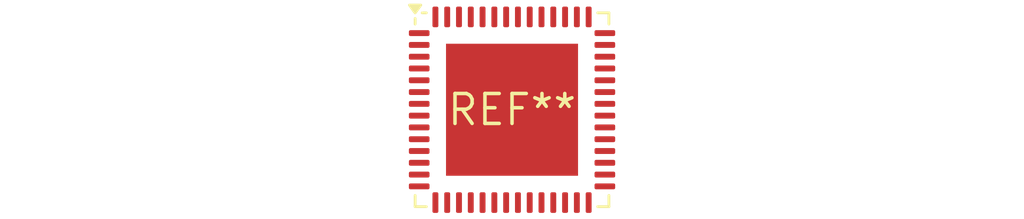
<source format=kicad_pcb>
(kicad_pcb (version 20240108) (generator pcbnew)
  (layers (0 "F.Cu" signal) (31 "B.Cu" signal) (34 "B.Paste" user) (35 "F.Paste" user) (36 "B.SilkS" user "B.Silkscreen") (37 "F.SilkS" user "F.Silkscreen") (38 "B.Mask" user) (39 "F.Mask" user) (44 "Edge.Cuts" user))
  (net 0 "")
  (footprint "QFN-56-1EP_8x8mm_P0.5mm_EP5.6x5.6mm" (layer "F.Cu") (at 0 0)
    (property "Reference" "REF**")
    (property "Value" "QFN-56-1EP_8x8mm_P0.5mm_EP5.6x5.6mm")
    (fp_line (start -4.11 -3.635) (end -4.11 -3.87) (layer "F.SilkS") (stroke (width 0.12)))
    (fp_line (start -4.11 4.11) (end -4.11 3.635) (layer "F.SilkS") (stroke (width 0.12)))
    (fp_line (start -3.635 -4.11) (end -3.81 -4.11) (layer "F.SilkS") (stroke (width 0.12)))
    (fp_line (start -3.635 4.11) (end -4.11 4.11) (layer "F.SilkS") (stroke (width 0.12)))
    (fp_line (start 3.635 -4.11) (end 4.11 -4.11) (layer "F.SilkS") (stroke (width 0.12)))
    (fp_line (start 3.635 4.11) (end 4.11 4.11) (layer "F.SilkS") (stroke (width 0.12)))
    (fp_line (start 4.11 -4.11) (end 4.11 -3.635) (layer "F.SilkS") (stroke (width 0.12)))
    (fp_line (start 4.11 4.11) (end 4.11 3.635) (layer "F.SilkS") (stroke (width 0.12)))
    (fp_poly (pts (xy -4.11 -4.11) (xy -4.35 -4.44) (xy -3.87 -4.44) (xy -4.11 -4.11)) (layer "F.SilkS") (stroke (width 0.12)) (fill solid))
    (pad "1" smd roundrect (at -3.9375 -3.25) (size 0.875 0.25) (layers "F.Cu" "F.Paste" "F.Mask"))
    (pad "2" smd roundrect (at -3.9375 -2.75) (size 0.875 0.25) (layers "F.Cu" "F.Paste" "F.Mask"))
    (pad "3" smd roundrect (at -3.9375 -2.25) (size 0.875 0.25) (layers "F.Cu" "F.Paste" "F.Mask"))
    (pad "4" smd roundrect (at -3.9375 -1.75) (size 0.875 0.25) (layers "F.Cu" "F.Paste" "F.Mask"))
    (pad "5" smd roundrect (at -3.9375 -1.25) (size 0.875 0.25) (layers "F.Cu" "F.Paste" "F.Mask"))
    (pad "6" smd roundrect (at -3.9375 -0.75) (size 0.875 0.25) (layers "F.Cu" "F.Paste" "F.Mask"))
    (pad "7" smd roundrect (at -3.9375 -0.25) (size 0.875 0.25) (layers "F.Cu" "F.Paste" "F.Mask"))
    (pad "8" smd roundrect (at -3.9375 0.25) (size 0.875 0.25) (layers "F.Cu" "F.Paste" "F.Mask"))
    (pad "9" smd roundrect (at -3.9375 0.75) (size 0.875 0.25) (layers "F.Cu" "F.Paste" "F.Mask"))
    (pad "10" smd roundrect (at -3.9375 1.25) (size 0.875 0.25) (layers "F.Cu" "F.Paste" "F.Mask"))
    (pad "11" smd roundrect (at -3.9375 1.75) (size 0.875 0.25) (layers "F.Cu" "F.Paste" "F.Mask"))
    (pad "12" smd roundrect (at -3.9375 2.25) (size 0.875 0.25) (layers "F.Cu" "F.Paste" "F.Mask"))
    (pad "13" smd roundrect (at -3.9375 2.75) (size 0.875 0.25) (layers "F.Cu" "F.Paste" "F.Mask"))
    (pad "14" smd roundrect (at -3.9375 3.25) (size 0.875 0.25) (layers "F.Cu" "F.Paste" "F.Mask"))
    (pad "15" smd roundrect (at -3.25 3.9375) (size 0.25 0.875) (layers "F.Cu" "F.Paste" "F.Mask"))
    (pad "16" smd roundrect (at -2.75 3.9375) (size 0.25 0.875) (layers "F.Cu" "F.Paste" "F.Mask"))
    (pad "17" smd roundrect (at -2.25 3.9375) (size 0.25 0.875) (layers "F.Cu" "F.Paste" "F.Mask"))
    (pad "18" smd roundrect (at -1.75 3.9375) (size 0.25 0.875) (layers "F.Cu" "F.Paste" "F.Mask"))
    (pad "19" smd roundrect (at -1.25 3.9375) (size 0.25 0.875) (layers "F.Cu" "F.Paste" "F.Mask"))
    (pad "20" smd roundrect (at -0.75 3.9375) (size 0.25 0.875) (layers "F.Cu" "F.Paste" "F.Mask"))
    (pad "21" smd roundrect (at -0.25 3.9375) (size 0.25 0.875) (layers "F.Cu" "F.Paste" "F.Mask"))
    (pad "22" smd roundrect (at 0.25 3.9375) (size 0.25 0.875) (layers "F.Cu" "F.Paste" "F.Mask"))
    (pad "23" smd roundrect (at 0.75 3.9375) (size 0.25 0.875) (layers "F.Cu" "F.Paste" "F.Mask"))
    (pad "24" smd roundrect (at 1.25 3.9375) (size 0.25 0.875) (layers "F.Cu" "F.Paste" "F.Mask"))
    (pad "25" smd roundrect (at 1.75 3.9375) (size 0.25 0.875) (layers "F.Cu" "F.Paste" "F.Mask"))
    (pad "26" smd roundrect (at 2.25 3.9375) (size 0.25 0.875) (layers "F.Cu" "F.Paste" "F.Mask"))
    (pad "27" smd roundrect (at 2.75 3.9375) (size 0.25 0.875) (layers "F.Cu" "F.Paste" "F.Mask"))
    (pad "28" smd roundrect (at 3.25 3.9375) (size 0.25 0.875) (layers "F.Cu" "F.Paste" "F.Mask"))
    (pad "29" smd roundrect (at 3.9375 3.25) (size 0.875 0.25) (layers "F.Cu" "F.Paste" "F.Mask"))
    (pad "30" smd roundrect (at 3.9375 2.75) (size 0.875 0.25) (layers "F.Cu" "F.Paste" "F.Mask"))
    (pad "31" smd roundrect (at 3.9375 2.25) (size 0.875 0.25) (layers "F.Cu" "F.Paste" "F.Mask"))
    (pad "32" smd roundrect (at 3.9375 1.75) (size 0.875 0.25) (layers "F.Cu" "F.Paste" "F.Mask"))
    (pad "33" smd roundrect (at 3.9375 1.25) (size 0.875 0.25) (layers "F.Cu" "F.Paste" "F.Mask"))
    (pad "34" smd roundrect (at 3.9375 0.75) (size 0.875 0.25) (layers "F.Cu" "F.Paste" "F.Mask"))
    (pad "35" smd roundrect (at 3.9375 0.25) (size 0.875 0.25) (layers "F.Cu" "F.Paste" "F.Mask"))
    (pad "36" smd roundrect (at 3.9375 -0.25) (size 0.875 0.25) (layers "F.Cu" "F.Paste" "F.Mask"))
    (pad "37" smd roundrect (at 3.9375 -0.75) (size 0.875 0.25) (layers "F.Cu" "F.Paste" "F.Mask"))
    (pad "38" smd roundrect (at 3.9375 -1.25) (size 0.875 0.25) (layers "F.Cu" "F.Paste" "F.Mask"))
    (pad "39" smd roundrect (at 3.9375 -1.75) (size 0.875 0.25) (layers "F.Cu" "F.Paste" "F.Mask"))
    (pad "40" smd roundrect (at 3.9375 -2.25) (size 0.875 0.25) (layers "F.Cu" "F.Paste" "F.Mask"))
    (pad "41" smd roundrect (at 3.9375 -2.75) (size 0.875 0.25) (layers "F.Cu" "F.Paste" "F.Mask"))
    (pad "42" smd roundrect (at 3.9375 -3.25) (size 0.875 0.25) (layers "F.Cu" "F.Paste" "F.Mask"))
    (pad "43" smd roundrect (at 3.25 -3.9375) (size 0.25 0.875) (layers "F.Cu" "F.Paste" "F.Mask"))
    (pad "44" smd roundrect (at 2.75 -3.9375) (size 0.25 0.875) (layers "F.Cu" "F.Paste" "F.Mask"))
    (pad "45" smd roundrect (at 2.25 -3.9375) (size 0.25 0.875) (layers "F.Cu" "F.Paste" "F.Mask"))
    (pad "46" smd roundrect (at 1.75 -3.9375) (size 0.25 0.875) (layers "F.Cu" "F.Paste" "F.Mask"))
    (pad "47" smd roundrect (at 1.25 -3.9375) (size 0.25 0.875) (layers "F.Cu" "F.Paste" "F.Mask"))
    (pad "48" smd roundrect (at 0.75 -3.9375) (size 0.25 0.875) (layers "F.Cu" "F.Paste" "F.Mask"))
    (pad "49" smd roundrect (at 0.25 -3.9375) (size 0.25 0.875) (layers "F.Cu" "F.Paste" "F.Mask"))
    (pad "50" smd roundrect (at -0.25 -3.9375) (size 0.25 0.875) (layers "F.Cu" "F.Paste" "F.Mask"))
    (pad "51" smd roundrect (at -0.75 -3.9375) (size 0.25 0.875) (layers "F.Cu" "F.Paste" "F.Mask"))
    (pad "52" smd roundrect (at -1.25 -3.9375) (size 0.25 0.875) (layers "F.Cu" "F.Paste" "F.Mask"))
    (pad "53" smd roundrect (at -1.75 -3.9375) (size 0.25 0.875) (layers "F.Cu" "F.Paste" "F.Mask"))
    (pad "54" smd roundrect (at -2.25 -3.9375) (size 0.25 0.875) (layers "F.Cu" "F.Paste" "F.Mask"))
    (pad "55" smd roundrect (at -2.75 -3.9375) (size 0.25 0.875) (layers "F.Cu" "F.Paste" "F.Mask"))
    (pad "56" smd roundrect (at -3.25 -3.9375) (size 0.25 0.875) (layers "F.Cu" "F.Paste" "F.Mask"))
    (pad "57" smd rect (at 0 0) (size 5.6 5.6) (property pad_prop_heatsink) (layers "F.Cu" "F.Mask"))
  )
)
</source>
